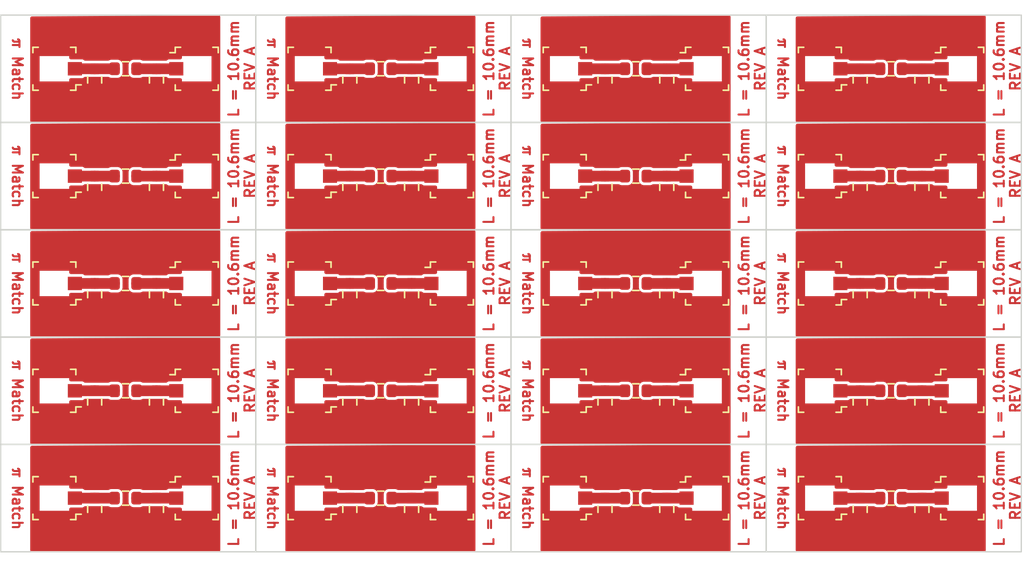
<source format=kicad_pcb>
(kicad_pcb (version 20221018) (generator pcbnew)
  (layers (0 "F.Cu" signal) (31 "B.Cu" signal) (34 "B.Paste" user) (35 "F.Paste" user) (36 "B.SilkS" user "B.Silkscreen") (37 "F.SilkS" user "F.Silkscreen") (38 "B.Mask" user) (39 "F.Mask" user) (44 "Edge.Cuts" user))
  (net 0 "")
  (net 1 "Net-(J1-In)")
  (net 2 "GND")
  (net 3 "Net-(J2-In)")
  (footprint "Custom_Connector_RF:Hirose_U.FL-R-SMT-1" (layer "F.Cu") (at 78 20 -90)
    (fp_text reference "J1" hide)
    (fp_text value "Conn_Coaxial")
  )
  (footprint "Custom_Connector_RF:Hirose_U.FL-R-SMT-1" (layer "F.Cu") (at 69.6 28 90)
    (fp_text reference "J2" hide)
    (fp_text value "Conn_Coaxial")
  )
  (footprint "Custom_Connector_RF:Hirose_U.FL-R-SMT-1" (layer "F.Cu") (at 107.6 36 90)
    (fp_text reference "J2" hide)
    (fp_text value "Conn_Coaxial")
  )
  (footprint "Resistor_SMD:R_0603_1608Metric" (layer "F.Cu") (at 66.6 52.825 90)
    (fp_text reference "R2" hide)
    (fp_text value "R_US")
  )
  (footprint "Resistor_SMD:R_0603_1608Metric" (layer "F.Cu") (at 64.3 36 180)
    (fp_text reference "R1" hide)
    (fp_text value "R_US")
  )
  (footprint "Custom_Connector_RF:Hirose_U.FL-R-SMT-1" (layer "F.Cu") (at 97 20 -90)
    (fp_text reference "J1" hide)
    (fp_text value "Conn_Coaxial")
  )
  (footprint "Resistor_SMD:R_0603_1608Metric" (layer "F.Cu") (at 47.6 36.825 90)
    (fp_text reference "R2" hide)
    (fp_text value "R_US")
  )
  (footprint "Resistor_SMD:R_0603_1608Metric" (layer "F.Cu") (at 62 28.825 90)
    (fp_text reference "R3" hide)
    (fp_text value "R_US")
  )
  (footprint "Custom_Connector_RF:Hirose_U.FL-R-SMT-1" (layer "F.Cu") (at 59 36 -90)
    (fp_text reference "J1" hide)
    (fp_text value "Conn_Coaxial")
  )
  (footprint "Custom_Connector_RF:Hirose_U.FL-R-SMT-1" (layer "F.Cu") (at 78 36 -90)
    (fp_text reference "J1" hide)
    (fp_text value "Conn_Coaxial")
  )
  (footprint "Resistor_SMD:R_0603_1608Metric" (layer "F.Cu") (at 47.6 20.825 90)
    (fp_text reference "R2" hide)
    (fp_text value "R_US")
  )
  (footprint "Resistor_SMD:R_0603_1608Metric" (layer "F.Cu") (at 100 20.825 90)
    (fp_text reference "R3" hide)
    (fp_text value "R_US")
  )
  (footprint "Resistor_SMD:R_0603_1608Metric" (layer "F.Cu") (at 43 36.825 90)
    (fp_text reference "R3" hide)
    (fp_text value "R_US")
  )
  (footprint "Custom_Connector_RF:Hirose_U.FL-R-SMT-1" (layer "F.Cu") (at 88.6 28 90)
    (fp_text reference "J2" hide)
    (fp_text value "Conn_Coaxial")
  )
  (footprint "Custom_Connector_RF:Hirose_U.FL-R-SMT-1" (layer "F.Cu") (at 88.6 20 90)
    (fp_text reference "J2" hide)
    (fp_text value "Conn_Coaxial")
  )
  (footprint "Resistor_SMD:R_0603_1608Metric" (layer "F.Cu") (at 83.3 52 180)
    (fp_text reference "R1" hide)
    (fp_text value "R_US")
  )
  (footprint "Resistor_SMD:R_0603_1608Metric" (layer "F.Cu") (at 64.3 20 180)
    (fp_text reference "R1" hide)
    (fp_text value "R_US")
  )
  (footprint "Custom_Connector_RF:Hirose_U.FL-R-SMT-1" (layer "F.Cu") (at 59 28 -90)
    (fp_text reference "J1" hide)
    (fp_text value "Conn_Coaxial")
  )
  (footprint "Resistor_SMD:R_0603_1608Metric" (layer "F.Cu") (at 62 44.825 90)
    (fp_text reference "R3" hide)
    (fp_text value "R_US")
  )
  (footprint "Custom_Connector_RF:Hirose_U.FL-R-SMT-1" (layer "F.Cu") (at 59 52 -90)
    (fp_text reference "J1" hide)
    (fp_text value "Conn_Coaxial")
  )
  (footprint "Custom_Connector_RF:Hirose_U.FL-R-SMT-1" (layer "F.Cu") (at 78 44 -90)
    (fp_text reference "J1" hide)
    (fp_text value "Conn_Coaxial")
  )
  (footprint "Resistor_SMD:R_0603_1608Metric" (layer "F.Cu") (at 104.6 44.825 90)
    (fp_text reference "R2" hide)
    (fp_text value "R_US")
  )
  (footprint "Resistor_SMD:R_0603_1608Metric" (layer "F.Cu") (at 85.6 28.825 90)
    (fp_text reference "R2" hide)
    (fp_text value "R_US")
  )
  (footprint "Resistor_SMD:R_0603_1608Metric" (layer "F.Cu") (at 45.3 28 180)
    (fp_text reference "R1" hide)
    (fp_text value "R_US")
  )
  (footprint "Resistor_SMD:R_0603_1608Metric" (layer "F.Cu") (at 47.6 52.825 90)
    (fp_text reference "R2" hide)
    (fp_text value "R_US")
  )
  (footprint "Resistor_SMD:R_0603_1608Metric" (layer "F.Cu") (at 62 52.825 90)
    (fp_text reference "R3" hide)
    (fp_text value "R_US")
  )
  (footprint "Custom_Connector_RF:Hirose_U.FL-R-SMT-1" (layer "F.Cu") (at 107.6 44 90)
    (fp_text reference "J2" hide)
    (fp_text value "Conn_Coaxial")
  )
  (footprint "Resistor_SMD:R_0603_1608Metric" (layer "F.Cu") (at 66.6 36.825 90)
    (fp_text reference "R2" hide)
    (fp_text value "R_US")
  )
  (footprint "Resistor_SMD:R_0603_1608Metric" (layer "F.Cu") (at 66.6 44.825 90)
    (fp_text reference "R2" hide)
    (fp_text value "R_US")
  )
  (footprint "Custom_Connector_RF:Hirose_U.FL-R-SMT-1" (layer "F.Cu") (at 88.6 36 90)
    (fp_text reference "J2" hide)
    (fp_text value "Conn_Coaxial")
  )
  (footprint "Custom_Connector_RF:Hirose_U.FL-R-SMT-1" (layer "F.Cu") (at 97 36 -90)
    (fp_text reference "J1" hide)
    (fp_text value "Conn_Coaxial")
  )
  (footprint "Custom_Connector_RF:Hirose_U.FL-R-SMT-1" (layer "F.Cu") (at 97 44 -90)
    (fp_text reference "J1" hide)
    (fp_text value "Conn_Coaxial")
  )
  (footprint "Resistor_SMD:R_0603_1608Metric" (layer "F.Cu") (at 64.3 44 180)
    (fp_text reference "R1" hide)
    (fp_text value "R_US")
  )
  (footprint "Resistor_SMD:R_0603_1608Metric" (layer "F.Cu") (at 47.6 44.825 90)
    (fp_text reference "R2" hide)
    (fp_text value "R_US")
  )
  (footprint "Resistor_SMD:R_0603_1608Metric" (layer "F.Cu") (at 104.6 20.825 90)
    (fp_text reference "R2" hide)
    (fp_text value "R_US")
  )
  (footprint "Custom_Connector_RF:Hirose_U.FL-R-SMT-1" (layer "F.Cu") (at 59 20 -90)
    (fp_text reference "J1" hide)
    (fp_text value "Conn_Coaxial")
  )
  (footprint "Resistor_SMD:R_0603_1608Metric" (layer "F.Cu") (at 102.3 44 180)
    (fp_text reference "R1" hide)
    (fp_text value "R_US")
  )
  (footprint "Custom_Connector_RF:Hirose_U.FL-R-SMT-1" (layer "F.Cu") (at 40 44 -90)
    (fp_text reference "J1" hide)
    (fp_text value "Conn_Coaxial")
  )
  (footprint "Resistor_SMD:R_0603_1608Metric" (layer "F.Cu") (at 81 36.825 90)
    (fp_text reference "R3" hide)
    (fp_text value "R_US")
  )
  (footprint "Resistor_SMD:R_0603_1608Metric" (layer "F.Cu") (at 102.3 52 180)
    (fp_text reference "R1" hide)
    (fp_text value "R_US")
  )
  (footprint "Resistor_SMD:R_0603_1608Metric" (layer "F.Cu") (at 102.3 20 180)
    (fp_text reference "R1" hide)
    (fp_text value "R_US")
  )
  (footprint "Custom_Connector_RF:Hirose_U.FL-R-SMT-1" (layer "F.Cu") (at 107.6 20 90)
    (fp_text reference "J2" hide)
    (fp_text value "Conn_Coaxial")
  )
  (footprint "Resistor_SMD:R_0603_1608Metric" (layer "F.Cu") (at 83.3 28 180)
    (fp_text reference "R1" hide)
    (fp_text value "R_US")
  )
  (footprint "Resistor_SMD:R_0603_1608Metric" (layer "F.Cu") (at 47.6 28.825 90)
    (fp_text reference "R2" hide)
    (fp_text value "R_US")
  )
  (footprint "Resistor_SMD:R_0603_1608Metric" (layer "F.Cu") (at 83.3 20 180)
    (fp_text reference "R1" hide)
    (fp_text value "R_US")
  )
  (footprint "Resistor_SMD:R_0603_1608Metric" (layer "F.Cu") (at 100 52.825 90)
    (fp_text reference "R3" hide)
    (fp_text value "R_US")
  )
  (footprint "Resistor_SMD:R_0603_1608Metric" (layer "F.Cu") (at 85.6 44.825 90)
    (fp_text reference "R2" hide)
    (fp_text value "R_US")
  )
  (footprint "Resistor_SMD:R_0603_1608Metric" (layer "F.Cu") (at 81 28.825 90)
    (fp_text reference "R3" hide)
    (fp_text value "R_US")
  )
  (footprint "Resistor_SMD:R_0603_1608Metric" (layer "F.Cu") (at 45.3 52 180)
    (fp_text reference "R1" hide)
    (fp_text value "R_US")
  )
  (footprint "Resistor_SMD:R_0603_1608Metric" (layer "F.Cu") (at 64.3 52 180)
    (fp_text reference "R1" hide)
    (fp_text value "R_US")
  )
  (footprint "Custom_Connector_RF:Hirose_U.FL-R-SMT-1" (layer "F.Cu") (at 107.6 28 90)
    (fp_text reference "J2" hide)
    (fp_text value "Conn_Coaxial")
  )
  (footprint "Resistor_SMD:R_0603_1608Metric" (layer "F.Cu") (at 45.3 44 180)
    (fp_text reference "R1" hide)
    (fp_text value "R_US")
  )
  (footprint "Resistor_SMD:R_0603_1608Metric" (layer "F.Cu") (at 85.6 52.825 90)
    (fp_text reference "R2" hide)
    (fp_text value "R_US")
  )
  (footprint "Resistor_SMD:R_0603_1608Metric" (layer "F.Cu") (at 81 52.825 90)
    (fp_text reference "R3" hide)
    (fp_text value "R_US")
  )
  (footprint "Resistor_SMD:R_0603_1608Metric" (layer "F.Cu") (at 66.6 28.825 90)
    (fp_text reference "R2" hide)
    (fp_text value "R_US")
  )
  (footprint "Resistor_SMD:R_0603_1608Metric" (layer "F.Cu") (at 102.3 36 180)
    (fp_text reference "R1" hide)
    (fp_text value "R_US")
  )
  (footprint "Custom_Connector_RF:Hirose_U.FL-R-SMT-1" (layer "F.Cu") (at 40 28 -90)
    (fp_text reference "J1" hide)
    (fp_text value "Conn_Coaxial")
  )
  (footprint "Custom_Connector_RF:Hirose_U.FL-R-SMT-1" (layer "F.Cu") (at 40 20 -90)
    (fp_text reference "J1" hide)
    (fp_text value "Conn_Coaxial")
  )
  (footprint "Resistor_SMD:R_0603_1608Metric" (layer "F.Cu") (at 104.6 52.825 90)
    (fp_text reference "R2" hide)
    (fp_text value "R_US")
  )
  (footprint "Custom_Connector_RF:Hirose_U.FL-R-SMT-1" (layer "F.Cu") (at 107.6 52 90)
    (fp_text reference "J2" hide)
    (fp_text value "Conn_Coaxial")
  )
  (footprint "Resistor_SMD:R_0603_1608Metric" (layer "F.Cu") (at 104.6 36.825 90)
    (fp_text reference "R2" hide)
    (fp_text value "R_US")
  )
  (footprint "Custom_Connector_RF:Hirose_U.FL-R-SMT-1" (layer "F.Cu") (at 97 28 -90)
    (fp_text reference "J1" hide)
    (fp_text value "Conn_Coaxial")
  )
  (footprint "Resistor_SMD:R_0603_1608Metric" (layer "F.Cu") (at 43 52.825 90)
    (fp_text reference "R3" hide)
    (fp_text value "R_US")
  )
  (footprint "Custom_Connector_RF:Hirose_U.FL-R-SMT-1" (layer "F.Cu") (at 69.6 52 90)
    (fp_text reference "J2" hide)
    (fp_text value "Conn_Coaxial")
  )
  (footprint "Resistor_SMD:R_0603_1608Metric" (layer "F.Cu") (at 85.6 36.825 90)
    (fp_text reference "R2" hide)
    (fp_text value "R_US")
  )
  (footprint "Resistor_SMD:R_0603_1608Metric" (layer "F.Cu") (at 64.3 28 180)
    (fp_text reference "R1" hide)
    (fp_text value "R_US")
  )
  (footprint "Custom_Connector_RF:Hirose_U.FL-R-SMT-1" (layer "F.Cu") (at 69.6 36 90)
    (fp_text reference "J2" hide)
    (fp_text value "Conn_Coaxial")
  )
  (footprint "Custom_Connector_RF:Hirose_U.FL-R-SMT-1" (layer "F.Cu") (at 69.6 20 90)
    (fp_text reference "J2" hide)
    (fp_text value "Conn_Coaxial")
  )
  (footprint "Resistor_SMD:R_0603_1608Metric" (layer "F.Cu") (at 100 44.825 90)
    (fp_text reference "R3" hide)
    (fp_text value "R_US")
  )
  (footprint "Resistor_SMD:R_0603_1608Metric" (layer "F.Cu") (at 43 28.825 90)
    (fp_text reference "R3" hide)
    (fp_text value "R_US")
  )
  (footprint "Resistor_SMD:R_0603_1608Metric" (layer "F.Cu") (at 62 20.825 90)
    (fp_text reference "R3" hide)
    (fp_text value "R_US")
  )
  (footprint "Custom_Connector_RF:Hirose_U.FL-R-SMT-1" (layer "F.Cu") (at 50.6 52 90)
    (fp_text reference "J2" hide)
    (fp_text value "Conn_Coaxial")
  )
  (footprint "Resistor_SMD:R_0603_1608Metric" (layer "F.Cu") (at 83.3 36 180)
    (fp_text reference "R1" hide)
    (fp_text value "R_US")
  )
  (footprint "Custom_Connector_RF:Hirose_U.FL-R-SMT-1" (layer "F.Cu") (at 50.6 44 90)
    (fp_text reference "J2" hide)
    (fp_text value "Conn_Coaxial")
  )
  (footprint "Resistor_SMD:R_0603_1608Metric" (layer "F.Cu") (at 45.3 20 180)
    (fp_text reference "R1" hide)
    (fp_text value "R_US")
  )
  (footprint "Resistor_SMD:R_0603_1608Metric" (layer "F.Cu") (at 43 44.825 90)
    (fp_text reference "R3" hide)
    (fp_text value "R_US")
  )
  (footprint "Resistor_SMD:R_0603_1608Metric" (layer "F.Cu") (at 81 44.825 90)
    (fp_text reference "R3" hide)
    (fp_text value "R_US")
  )
  (footprint "Custom_Connector_RF:Hirose_U.FL-R-SMT-1" (layer "F.Cu") (at 69.6 44 90)
    (fp_text reference "J2" hide)
    (fp_text value "Conn_Coaxial")
  )
  (footprint "Resistor_SMD:R_0603_1608Metric" (layer "F.Cu") (at 66.6 20.825 90)
    (fp_text reference "R2" hide)
    (fp_text value "R_US")
  )
  (footprint "Resistor_SMD:R_0603_1608Metric" (layer "F.Cu") (at 62 36.825 90)
    (fp_text reference "R3" hide)
    (fp_text value "R_US")
  )
  (footprint "Custom_Connector_RF:Hirose_U.FL-R-SMT-1" (layer "F.Cu") (at 78 52 -90)
    (fp_text reference "J1" hide)
    (fp_text value "Conn_Coaxial")
  )
  (footprint "Custom_Connector_RF:Hirose_U.FL-R-SMT-1" (layer "F.Cu") (at 40 52 -90)
    (fp_text reference "J1" hide)
    (fp_text value "Conn_Coaxial")
  )
  (footprint "Custom_Connector_RF:Hirose_U.FL-R-SMT-1" (layer "F.Cu") (at 50.6 28 90)
    (fp_text reference "J2" hide)
    (fp_text value "Conn_Coaxial")
  )
  (footprint "Resistor_SMD:R_0603_1608Metric" (layer "F.Cu") (at 85.6 20.825 90)
    (fp_text reference "R2" hide)
    (fp_text value "R_US")
  )
  (footprint "Resistor_SMD:R_0603_1608Metric" (layer "F.Cu") (at 104.6 28.825 90)
    (fp_text reference "R2" hide)
    (fp_text value "R_US")
  )
  (footprint "Custom_Connector_RF:Hirose_U.FL-R-SMT-1" (layer "F.Cu") (at 88.6 44 90)
    (fp_text reference "J2" hide)
    (fp_text value "Conn_Coaxial")
  )
  (footprint "Resistor_SMD:R_0603_1608Metric" (layer "F.Cu") (at 100 28.825 90)
    (fp_text reference "R3" hide)
    (fp_text value "R_US")
  )
  (footprint "Custom_Connector_RF:Hirose_U.FL-R-SMT-1" (layer "F.Cu") (at 78 28 -90)
    (fp_text reference "J1" hide)
    (fp_text value "Conn_Coaxial")
  )
  (footprint "Resistor_SMD:R_0603_1608Metric" (layer "F.Cu") (at 81 20.825 90)
    (fp_text reference "R3" hide)
    (fp_text value "R_US")
  )
  (footprint "Custom_Connector_RF:Hirose_U.FL-R-SMT-1" (layer "F.Cu") (at 50.6 20 90)
    (fp_text reference "J2" hide)
    (fp_text value "Conn_Coaxial")
  )
  (footprint "Custom_Connector_RF:Hirose_U.FL-R-SMT-1" (layer "F.Cu") (at 59 44 -90)
    (fp_text reference "J1" hide)
    (fp_text value "Conn_Coaxial")
  )
  (footprint "Resistor_SMD:R_0603_1608Metric" (layer "F.Cu") (at 100 36.825 90)
    (fp_text reference "R3" hide)
    (fp_text value "R_US")
  )
  (footprint "Resistor_SMD:R_0603_1608Metric" (layer "F.Cu") (at 102.3 28 180)
    (fp_text reference "R1" hide)
    (fp_text value "R_US")
  )
  (footprint "Custom_Connector_RF:Hirose_U.FL-R-SMT-1" (layer "F.Cu") (at 97 52 -90)
    (fp_text reference "J1" hide)
    (fp_text value "Conn_Coaxial")
  )
  (footprint "Resistor_SMD:R_0603_1608Metric" (layer "F.Cu") (at 83.3 44 180)
    (fp_text reference "R1" hide)
    (fp_text value "R_US")
  )
  (footprint "Resistor_SMD:R_0603_1608Metric" (layer "F.Cu") (at 43 20.825 90)
    (fp_text reference "R3" hide)
    (fp_text value "R_US")
  )
  (footprint "Resistor_SMD:R_0603_1608Metric" (layer "F.Cu") (at 45.3 36 180)
    (fp_text reference "R1" hide)
    (fp_text value "R_US")
  )
  (footprint "Custom_Connector_RF:Hirose_U.FL-R-SMT-1" (layer "F.Cu") (at 88.6 52 90)
    (fp_text reference "J2" hide)
    (fp_text value "Conn_Coaxial")
  )
  (footprint "Custom_Connector_RF:Hirose_U.FL-R-SMT-1" (layer "F.Cu") (at 40 36 -90)
    (fp_text reference "J1" hide)
    (fp_text value "Conn_Coaxial")
  )
  (footprint "Custom_Connector_RF:Hirose_U.FL-R-SMT-1" (layer "F.Cu") (at 50.6 36 90)
    (fp_text reference "J2" hide)
    (fp_text value "Conn_Coaxial")
  )
  (gr_rect (start 74 40) (end 93 48) (stroke (width 0.1)) (fill none) (layer "Edge.Cuts"))
  (gr_rect (start 93 48) (end 112 56) (stroke (width 0.1)) (fill none) (layer "Edge.Cuts"))
  (gr_rect (start 55 32) (end 74 40) (stroke (width 0.1)) (fill none) (layer "Edge.Cuts"))
  (gr_rect (start 36 48) (end 55 56) (stroke (width 0.1)) (fill none) (layer "Edge.Cuts"))
  (gr_rect (start 55 48) (end 74 56) (stroke (width 0.1)) (fill none) (layer "Edge.Cuts"))
  (gr_rect (start 74 32) (end 93 40) (stroke (width 0.1)) (fill none) (layer "Edge.Cuts"))
  (gr_rect (start 55 16) (end 74 24) (stroke (width 0.1)) (fill none) (layer "Edge.Cuts"))
  (gr_rect (start 93 40) (end 112 48) (stroke (width 0.1)) (fill none) (layer "Edge.Cuts"))
  (gr_rect (start 74 24) (end 93 32) (stroke (width 0.1)) (fill none) (layer "Edge.Cuts"))
  (gr_rect (start 93 24) (end 112 32) (stroke (width 0.1)) (fill none) (layer "Edge.Cuts"))
  (gr_rect (start 36 24) (end 55 32) (stroke (width 0.1)) (fill none) (layer "Edge.Cuts"))
  (gr_rect (start 74 16) (end 93 24) (stroke (width 0.1)) (fill none) (layer "Edge.Cuts"))
  (gr_rect (start 55 40) (end 74 48) (stroke (width 0.1)) (fill none) (layer "Edge.Cuts"))
  (gr_rect (start 36 16) (end 55 24) (stroke (width 0.1)) (fill none) (layer "Edge.Cuts"))
  (gr_rect (start 36 40) (end 55 48) (stroke (width 0.1)) (fill none) (layer "Edge.Cuts"))
  (gr_rect (start 74 48) (end 93 56) (stroke (width 0.1)) (fill none) (layer "Edge.Cuts"))
  (gr_rect (start 55 24) (end 74 32) (stroke (width 0.1)) (fill none) (layer "Edge.Cuts"))
  (gr_rect (start 93 32) (end 112 40) (stroke (width 0.1)) (fill none) (layer "Edge.Cuts"))
  (gr_rect (start 93 16) (end 112 24) (stroke (width 0.1)) (fill none) (layer "Edge.Cuts"))
  (gr_rect (start 36 32) (end 55 40) (stroke (width 0.1)) (fill none) (layer "Edge.Cuts"))
  (gr_text "L = 10.6mm\nREV A" (at 55 44 90) (layer "F.Cu") (effects (font (size 0.75 0.75) (thickness 0.15) bold) (justify bottom)))
  (gr_text "π Match" (at 55.8 44 270) (layer "F.Cu") (effects (font (size 0.75 0.75) (thickness 0.15) bold) (justify bottom)))
  (gr_text "π Match" (at 36.8 36 270) (layer "F.Cu") (effects (font (size 0.75 0.75) (thickness 0.15) bold) (justify bottom)))
  (gr_text "π Match" (at 74.8 52 270) (layer "F.Cu") (effects (font (size 0.75 0.75) (thickness 0.15) bold) (justify bottom)))
  (gr_text "L = 10.6mm\nREV A" (at 112 20 90) (layer "F.Cu") (effects (font (size 0.75 0.75) (thickness 0.15) bold) (justify bottom)))
  (gr_text "L = 10.6mm\nREV A" (at 112 36 90) (layer "F.Cu") (effects (font (size 0.75 0.75) (thickness 0.15) bold) (justify bottom)))
  (gr_text "L = 10.6mm\nREV A" (at 112 52 90) (layer "F.Cu") (effects (font (size 0.75 0.75) (thickness 0.15) bold) (justify bottom)))
  (gr_text "L = 10.6mm\nREV A" (at 93 28 90) (layer "F.Cu") (effects (font (size 0.75 0.75) (thickness 0.15) bold) (justify bottom)))
  (gr_text "π Match" (at 55.8 36 270) (layer "F.Cu") (effects (font (size 0.75 0.75) (thickness 0.15) bold) (justify bottom)))
  (gr_text "π Match" (at 74.8 36 270) (layer "F.Cu") (effects (font (size 0.75 0.75) (thickness 0.15) bold) (justify bottom)))
  (gr_text "L = 10.6mm\nREV A" (at 74 20 90) (layer "F.Cu") (effects (font (size 0.75 0.75) (thickness 0.15) bold) (justify bottom)))
  (gr_text "L = 10.6mm\nREV A" (at 55 28 90) (layer "F.Cu") (effects (font (size 0.75 0.75) (thickness 0.15) bold) (justify bottom)))
  (gr_text "π Match" (at 55.8 20 270) (layer "F.Cu") (effects (font (size 0.75 0.75) (thickness 0.15) bold) (justify bottom)))
  (gr_text "π Match" (at 93.8 52 270) (layer "F.Cu") (effects (font (size 0.75 0.75) (thickness 0.15) bold) (justify bottom)))
  (gr_text "π Match" (at 55.8 52 270) (layer "F.Cu") (effects (font (size 0.75 0.75) (thickness 0.15) bold) (justify bottom)))
  (gr_text "L = 10.6mm\nREV A" (at 74 36 90) (layer "F.Cu") (effects (font (size 0.75 0.75) (thickness 0.15) bold) (justify bottom)))
  (gr_text "L = 10.6mm\nREV A" (at 55 20 90) (layer "F.Cu") (effects (font (size 0.75 0.75) (thickness 0.15) bold) (justify bottom)))
  (gr_text "L = 10.6mm\nREV A" (at 74 28 90) (layer "F.Cu") (effects (font (size 0.75 0.75) (thickness 0.15) bold) (justify bottom)))
  (gr_text "L = 10.6mm\nREV A" (at 55 52 90) (layer "F.Cu") (effects (font (size 0.75 0.75) (thickness 0.15) bold) (justify bottom)))
  (gr_text "π Match" (at 93.8 44 270) (layer "F.Cu") (effects (font (size 0.75 0.75) (thickness 0.15) bold) (justify bottom)))
  (gr_text "L = 10.6mm\nREV A" (at 112 44 90) (layer "F.Cu") (effects (font (size 0.75 0.75) (thickness 0.15) bold) (justify bottom)))
  (gr_text "π Match" (at 55.8 28 270) (layer "F.Cu") (effects (font (size 0.75 0.75) (thickness 0.15) bold) (justify bottom)))
  (gr_text "π Match" (at 74.8 28 270) (layer "F.Cu") (effects (font (size 0.75 0.75) (thickness 0.15) bold) (justify bottom)))
  (gr_text "L = 10.6mm\nREV A" (at 74 44 90) (layer "F.Cu") (effects (font (size 0.75 0.75) (thickness 0.15) bold) (justify bottom)))
  (gr_text "L = 10.6mm\nREV A" (at 93 36 90) (layer "F.Cu") (effects (font (size 0.75 0.75) (thickness 0.15) bold) (justify bottom)))
  (gr_text "L = 10.6mm\nREV A" (at 93 44 90) (layer "F.Cu") (effects (font (size 0.75 0.75) (thickness 0.15) bold) (justify bottom)))
  (gr_text "π Match" (at 36.8 44 270) (layer "F.Cu") (effects (font (size 0.75 0.75) (thickness 0.15) bold) (justify bottom)))
  (gr_text "L = 10.6mm\nREV A" (at 74 52 90) (layer "F.Cu") (effects (font (size 0.75 0.75) (thickness 0.15) bold) (justify bottom)))
  (gr_text "π Match" (at 93.8 20 270) (layer "F.Cu") (effects (font (size 0.75 0.75) (thickness 0.15) bold) (justify bottom)))
  (gr_text "π Match" (at 36.8 52 270) (layer "F.Cu") (effects (font (size 0.75 0.75) (thickness 0.15) bold) (justify bottom)))
  (gr_text "π Match" (at 93.8 28 270) (layer "F.Cu") (effects (font (size 0.75 0.75) (thickness 0.15) bold) (justify bottom)))
  (gr_text "L = 10.6mm\nREV A" (at 112 28 90) (layer "F.Cu") (effects (font (size 0.75 0.75) (thickness 0.15) bold) (justify bottom)))
  (gr_text "π Match" (at 36.8 20 270) (layer "F.Cu") (effects (font (size 0.75 0.75) (thickness 0.15) bold) (justify bottom)))
  (gr_text "π Match" (at 74.8 20 270) (layer "F.Cu") (effects (font (size 0.75 0.75) (thickness 0.15) bold) (justify bottom)))
  (gr_text "L = 10.6mm\nREV A" (at 55 36 90) (layer "F.Cu") (effects (font (size 0.75 0.75) (thickness 0.15) bold) (justify bottom)))
  (gr_text "π Match" (at 93.8 36 270) (layer "F.Cu") (effects (font (size 0.75 0.75) (thickness 0.15) bold) (justify bottom)))
  (gr_text "π Match" (at 36.8 28 270) (layer "F.Cu") (effects (font (size 0.75 0.75) (thickness 0.15) bold) (justify bottom)))
  (gr_text "L = 10.6mm\nREV A" (at 93 52 90) (layer "F.Cu") (effects (font (size 0.75 0.75) (thickness 0.15) bold) (justify bottom)))
  (gr_text "L = 10.6mm\nREV A" (at 93 20 90) (layer "F.Cu") (effects (font (size 0.75 0.75) (thickness 0.15) bold) (justify bottom)))
  (gr_text "π Match" (at 74.8 44 270) (layer "F.Cu") (effects (font (size 0.75 0.75) (thickness 0.15) bold) (justify bottom)))
  (segment (start 62 52) (end 63.475 52) (width 0.8) (layer "F.Cu") (net 1))
  (segment (start 41.525 44) (end 43 44) (width 0.8) (layer "F.Cu") (net 1))
  (segment (start 43 20) (end 44.475 20) (width 0.8) (layer "F.Cu") (net 1))
  (segment (start 100 44) (end 101.475 44) (width 0.8) (layer "F.Cu") (net 1))
  (segment (start 81 36) (end 82.475 36) (width 0.8) (layer "F.Cu") (net 1))
  (segment (start 41.525 36) (end 43 36) (width 0.8) (layer "F.Cu") (net 1))
  (segment (start 62 44) (end 63.475 44) (width 0.8) (layer "F.Cu") (net 1))
  (segment (start 98.525 28) (end 100 28) (width 0.8) (layer "F.Cu") (net 1))
  (segment (start 41.525 52) (end 43 52) (width 0.8) (layer "F.Cu") (net 1))
  (segment (start 79.525 28) (end 81 28) (width 0.8) (layer "F.Cu") (net 1))
  (segment (start 41.525 20) (end 43 20) (width 0.8) (layer "F.Cu") (net 1))
  (segment (start 43 28) (end 44.475 28) (width 0.8) (layer "F.Cu") (net 1))
  (segment (start 43 44) (end 44.475 44) (width 0.8) (layer "F.Cu") (net 1))
  (segment (start 60.525 36) (end 62 36) (width 0.8) (layer "F.Cu") (net 1))
  (segment (start 79.525 20) (end 81 20) (width 0.8) (layer "F.Cu") (net 1))
  (segment (start 100 36) (end 101.475 36) (width 0.8) (layer "F.Cu") (net 1))
  (segment (start 100 20) (end 101.475 20) (width 0.8) (layer "F.Cu") (net 1))
  (segment (start 60.525 52) (end 62 52) (width 0.8) (layer "F.Cu") (net 1))
  (segment (start 81 52) (end 82.475 52) (width 0.8) (layer "F.Cu") (net 1))
  (segment (start 62 20) (end 63.475 20) (width 0.8) (layer "F.Cu") (net 1))
  (segment (start 79.525 52) (end 81 52) (width 0.8) (layer "F.Cu") (net 1))
  (segment (start 81 20) (end 82.475 20) (width 0.8) (layer "F.Cu") (net 1))
  (segment (start 43 36) (end 44.475 36) (width 0.8) (layer "F.Cu") (net 1))
  (segment (start 60.525 28) (end 62 28) (width 0.8) (layer "F.Cu") (net 1))
  (segment (start 60.525 20) (end 62 20) (width 0.8) (layer "F.Cu") (net 1))
  (segment (start 81 28) (end 82.475 28) (width 0.8) (layer "F.Cu") (net 1))
  (segment (start 98.525 36) (end 100 36) (width 0.8) (layer "F.Cu") (net 1))
  (segment (start 79.525 36) (end 81 36) (width 0.8) (layer "F.Cu") (net 1))
  (segment (start 81 44) (end 82.475 44) (width 0.8) (layer "F.Cu") (net 1))
  (segment (start 43 52) (end 44.475 52) (width 0.8) (layer "F.Cu") (net 1))
  (segment (start 41.525 28) (end 43 28) (width 0.8) (layer "F.Cu") (net 1))
  (segment (start 100 28) (end 101.475 28) (width 0.8) (layer "F.Cu") (net 1))
  (segment (start 98.525 20) (end 100 20) (width 0.8) (layer "F.Cu") (net 1))
  (segment (start 98.525 52) (end 100 52) (width 0.8) (layer "F.Cu") (net 1))
  (segment (start 62 36) (end 63.475 36) (width 0.8) (layer "F.Cu") (net 1))
  (segment (start 62 28) (end 63.475 28) (width 0.8) (layer "F.Cu") (net 1))
  (segment (start 98.525 44) (end 100 44) (width 0.8) (layer "F.Cu") (net 1))
  (segment (start 100 52) (end 101.475 52) (width 0.8) (layer "F.Cu") (net 1))
  (segment (start 60.525 44) (end 62 44) (width 0.8) (layer "F.Cu") (net 1))
  (segment (start 79.525 44) (end 81 44) (width 0.8) (layer "F.Cu") (net 1))
  (segment (start 65.125 52) (end 66.6 52) (width 0.8) (layer "F.Cu") (net 3))
  (segment (start 84.125 44) (end 85.6 44) (width 0.8) (layer "F.Cu") (net 3))
  (segment (start 85.6 44) (end 87.075 44) (width 0.8) (layer "F.Cu") (net 3))
  (segment (start 46.125 44) (end 47.6 44) (width 0.8) (layer "F.Cu") (net 3))
  (segment (start 47.6 44) (end 49.075 44) (width 0.8) (layer "F.Cu") (net 3))
  (segment (start 104.6 20) (end 106.075 20) (width 0.8) (layer "F.Cu") (net 3))
  (segment (start 66.6 44) (end 68.075 44) (width 0.8) (layer "F.Cu") (net 3))
  (segment (start 84.125 28) (end 85.6 28) (width 0.8) (layer "F.Cu") (net 3))
  (segment (start 46.125 52) (end 47.6 52) (width 0.8) (layer "F.Cu") (net 3))
  (segment (start 65.125 44) (end 66.6 44) (width 0.8) (layer "F.Cu") (net 3))
  (segment (start 84.125 36) (end 85.6 36) (width 0.8) (layer "F.Cu") (net 3))
  (segment (start 47.6 36) (end 49.075 36) (width 0.8) (layer "F.Cu") (net 3))
  (segment (start 103.125 36) (end 104.6 36) (width 0.8) (layer "F.Cu") (net 3))
  (segment (start 104.6 36) (end 106.075 36) (width 0.8) (layer "F.Cu") (net 3))
  (segment (start 46.125 36) (end 47.6 36) (width 0.8) (layer "F.Cu") (net 3))
  (segment (start 65.125 28) (end 66.6 28) (width 0.8) (layer "F.Cu") (net 3))
  (segment (start 65.125 20) (end 66.6 20) (width 0.8) (layer "F.Cu") (net 3))
  (segment (start 47.6 52) (end 49.075 52) (width 0.8) (layer "F.Cu") (net 3))
  (segment (start 46.125 20) (end 47.6 20) (width 0.8) (layer "F.Cu") (net 3))
  (segment (start 104.6 28) (end 106.075 28) (width 0.8) (layer "F.Cu") (net 3))
  (segment (start 103.125 44) (end 104.6 44) (width 0.8) (layer "F.Cu") (net 3))
  (segment (start 84.125 52) (end 85.6 52) (width 0.8) (layer "F.Cu") (net 3))
  (segment (start 66.6 52) (end 68.075 52) (width 0.8) (layer "F.Cu") (net 3))
  (segment (start 46.125 28) (end 47.6 28) (width 0.8) (layer "F.Cu") (net 3))
  (segment (start 47.6 28) (end 49.075 28) (width 0.8) (layer "F.Cu") (net 3))
  (segment (start 47.6 20) (end 49.075 20) (width 0.8) (layer "F.Cu") (net 3))
  (segment (start 103.125 28) (end 104.6 28) (width 0.8) (layer "F.Cu") (net 3))
  (segment (start 66.6 36) (end 68.075 36) (width 0.8) (layer "F.Cu") (net 3))
  (segment (start 66.6 28) (end 68.075 28) (width 0.8) (layer "F.Cu") (net 3))
  (segment (start 66.6 20) (end 68.075 20) (width 0.8) (layer "F.Cu") (net 3))
  (segment (start 103.125 52) (end 104.6 52) (width 0.8) (layer "F.Cu") (net 3))
  (segment (start 84.125 20) (end 85.6 20) (width 0.8) (layer "F.Cu") (net 3))
  (segment (start 103.125 20) (end 104.6 20) (width 0.8) (layer "F.Cu") (net 3))
  (segment (start 104.6 44) (end 106.075 44) (width 0.8) (layer "F.Cu") (net 3))
  (segment (start 85.6 20) (end 87.075 20) (width 0.8) (layer "F.Cu") (net 3))
  (segment (start 85.6 36) (end 87.075 36) (width 0.8) (layer "F.Cu") (net 3))
  (segment (start 65.125 36) (end 66.6 36) (width 0.8) (layer "F.Cu") (net 3))
  (segment (start 85.6 52) (end 87.075 52) (width 0.8) (layer "F.Cu") (net 3))
  (segment (start 104.6 52) (end 106.075 52) (width 0.8) (layer "F.Cu") (net 3))
  (segment (start 85.6 28) (end 87.075 28) (width 0.8) (layer "F.Cu") (net 3))
  (zone (net 2) (net_name "GND") (layer "F.Cu") (connect_pads yes (clearance 0.2)) (min_thickness 0.25) (fill yes (thermal_gap 0.5) (thermal_bridge_width 0.5))
    (polygon (pts (xy 38.2 48.1) (xy 54 48) (xy 54 56) (xy 38.2 56)))
  )
  (zone (net 2) (net_name "GND") (layer "F.Cu") (connect_pads yes (clearance 0.2)) (min_thickness 0.25) (fill yes (thermal_gap 0.5) (thermal_bridge_width 0.5))
    (polygon (pts (xy 38.2 24.1) (xy 54 24) (xy 54 32) (xy 38.2 32)))
  )
  (zone (net 2) (net_name "GND") (layer "F.Cu") (connect_pads yes (clearance 0.2)) (min_thickness 0.25) (fill yes (thermal_gap 0.5) (thermal_bridge_width 0.5))
    (polygon (pts (xy 57.2 24.1) (xy 73 24) (xy 73 32) (xy 57.2 32)))
  )
  (zone (net 2) (net_name "GND") (layer "F.Cu") (connect_pads yes (clearance 0.2)) (min_thickness 0.25) (fill yes (thermal_gap 0.5) (thermal_bridge_width 0.5))
    (polygon (pts (xy 57.2 48.1) (xy 73 48) (xy 73 56) (xy 57.2 56)))
  )
  (zone (net 2) (net_name "GND") (layer "F.Cu") (connect_pads yes (clearance 0.2)) (min_thickness 0.25) (fill yes (thermal_gap 0.5) (thermal_bridge_width 0.5))
    (polygon (pts (xy 57.2 40.1) (xy 73 40) (xy 73 48) (xy 57.2 48)))
  )
  (zone (net 2) (net_name "GND") (layer "F.Cu") (connect_pads yes (clearance 0.2)) (min_thickness 0.25) (fill yes (thermal_gap 0.5) (thermal_bridge_width 0.5))
    (polygon (pts (xy 57.2 16.1) (xy 73 16) (xy 73 24) (xy 57.2 24)))
  )
  (zone (net 2) (net_name "GND") (layer "F.Cu") (connect_pads yes (clearance 0.2)) (min_thickness 0.25) (fill yes (thermal_gap 0.5) (thermal_bridge_width 0.5))
    (polygon (pts (xy 95.2 24.1) (xy 111 24) (xy 111 32) (xy 95.2 32)))
  )
  (zone (net 2) (net_name "GND") (layer "F.Cu") (connect_pads yes (clearance 0.2)) (min_thickness 0.25) (fill yes (thermal_gap 0.5) (thermal_bridge_width 0.5))
    (polygon (pts (xy 76.2 40.1) (xy 92 40) (xy 92 48) (xy 76.2 48)))
  )
  (zone (net 2) (net_name "GND") (layer "F.Cu") (connect_pads yes (clearance 0.2)) (min_thickness 0.25) (fill yes (thermal_gap 0.5) (thermal_bridge_width 0.5))
    (polygon (pts (xy 76.2 16.1) (xy 92 16) (xy 92 24) (xy 76.2 24)))
  )
  (zone (net 2) (net_name "GND") (layer "F.Cu") (connect_pads yes (clearance 0.2)) (min_thickness 0.25) (fill yes (thermal_gap 0.5) (thermal_bridge_width 0.5))
    (polygon (pts (xy 76.2 24.1) (xy 92 24) (xy 92 32) (xy 76.2 32)))
  )
  (zone (net 2) (net_name "GND") (layer "F.Cu") (connect_pads yes (clearance 0.2)) (min_thickness 0.25) (fill yes (thermal_gap 0.5) (thermal_bridge_width 0.5))
    (polygon (pts (xy 76.2 48.1) (xy 92 48) (xy 92 56) (xy 76.2 56)))
  )
  (zone (net 2) (net_name "GND") (layer "F.Cu") (connect_pads yes (clearance 0.2)) (min_thickness 0.25) (fill yes (thermal_gap 0.5) (thermal_bridge_width 0.5))
    (polygon (pts (xy 38.2 16.1) (xy 54 16) (xy 54 24) (xy 38.2 24)))
  )
  (zone (net 2) (net_name "GND") (layer "F.Cu") (connect_pads yes (clearance 0.2)) (min_thickness 0.25) (fill yes (thermal_gap 0.5) (thermal_bridge_width 0.5))
    (polygon (pts (xy 57.2 32.1) (xy 73 32) (xy 73 40) (xy 57.2 40)))
  )
  (zone (net 2) (net_name "GND") (layer "F.Cu") (connect_pads yes (clearance 0.2)) (min_thickness 0.25) (fill yes (thermal_gap 0.5) (thermal_bridge_width 0.5))
    (polygon (pts (xy 38.2 40.1) (xy 54 40) (xy 54 48) (xy 38.2 48)))
  )
  (zone (net 2) (net_name "GND") (layer "F.Cu") (connect_pads yes (clearance 0.2)) (min_thickness 0.25) (fill yes (thermal_gap 0.5) (thermal_bridge_width 0.5))
    (polygon (pts (xy 95.2 40.1) (xy 111 40) (xy 111 48) (xy 95.2 48)))
  )
  (zone (net 2) (net_name "GND") (layer "F.Cu") (connect_pads yes (clearance 0.2)) (min_thickness 0.25) (fill yes (thermal_gap 0.5) (thermal_bridge_width 0.5))
    (polygon (pts (xy 95.2 32.1) (xy 111 32) (xy 111 40) (xy 95.2 40)))
  )
  (zone (net 2) (net_name "GND") (layer "F.Cu") (connect_pads yes (clearance 0.2)) (min_thickness 0.25) (fill yes (thermal_gap 0.5) (thermal_bridge_width 0.5))
    (polygon (pts (xy 95.2 48.1) (xy 111 48) (xy 111 56) (xy 95.2 56)))
  )
  (zone (net 2) (net_name "GND") (layer "F.Cu") (connect_pads yes (clearance 0.2)) (min_thickness 0.25) (fill yes (thermal_gap 0.5) (thermal_bridge_width 0.5))
    (polygon (pts (xy 38.2 32.1) (xy 54 32) (xy 54 40) (xy 38.2 40)))
  )
  (zone (net 2) (net_name "GND") (layer "F.Cu") (connect_pads yes (clearance 0.2)) (min_thickness 0.25) (fill yes (thermal_gap 0.5) (thermal_bridge_width 0.5))
    (polygon (pts (xy 76.2 32.1) (xy 92 32) (xy 92 40) (xy 76.2 40)))
  )
  (zone (net 2) (net_name "GND") (layer "F.Cu") (connect_pads yes (clearance 0.2)) (min_thickness 0.25) (fill yes (thermal_gap 0.5) (thermal_bridge_width 0.5))
    (polygon (pts (xy 95.2 16.1) (xy 111 16) (xy 111 24) (xy 95.2 24)))
  )
)
</source>
